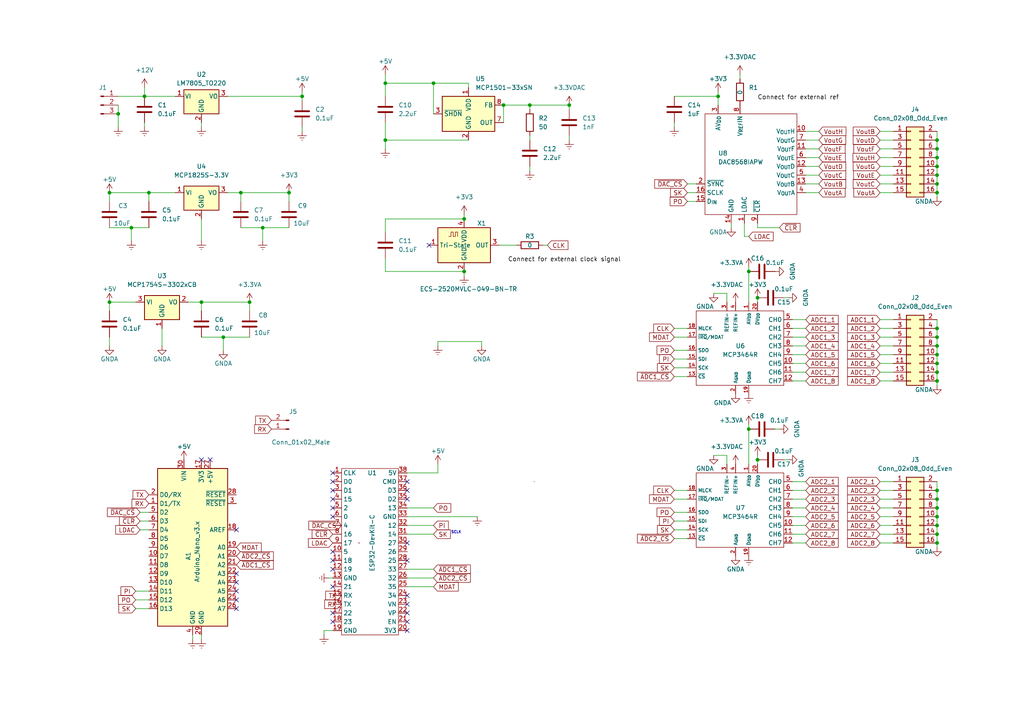
<source format=kicad_sch>
(kicad_sch (version 20211123) (generator eeschema)
  (paper "A4")
  (title_block (title "S.H.V.R.I.M.P.S.    16 channels data acquisition device") (date "2022-07-07") (rev "3"))
  (junction (at 219.71 86.36))
  (junction (at 64.77 97.79))
  (junction (at 69.85 55.88))
  (junction (at 219.71 133.35))
  (junction (at 58.42 87.63))
  (junction (at 111.76 24.13))
  (junction (at 38.1 66.04))
  (junction (at 271.78 53.34))
  (junction (at 271.78 40.64))
  (junction (at 271.78 147.32))
  (junction (at 208.28 27.94))
  (junction (at 31.75 87.63))
  (junction (at 271.78 48.26))
  (junction (at 271.78 45.72))
  (junction (at 271.78 95.25))
  (junction (at 165.1 30.48))
  (junction (at 271.78 152.4))
  (junction (at 125.73 24.13))
  (junction (at 271.78 142.24))
  (junction (at 76.2 66.04))
  (junction (at 271.78 50.8))
  (junction (at 271.78 97.79))
  (junction (at 271.78 157.48))
  (junction (at 271.78 105.41))
  (junction (at 217.17 124.46))
  (junction (at 43.18 55.88))
  (junction (at 134.62 63.5))
  (junction (at 72.39 87.63))
  (junction (at 153.67 30.48))
  (junction (at 41.91 27.94))
  (junction (at 271.78 154.94))
  (junction (at 271.78 110.49))
  (junction (at 31.75 55.88))
  (junction (at 271.78 107.95))
  (junction (at 271.78 55.88))
  (junction (at 271.78 102.87))
  (junction (at 111.76 40.64))
  (junction (at 134.62 78.74))
  (junction (at 34.29 33.02))
  (junction (at 271.78 43.18))
  (junction (at 271.78 100.33))
  (junction (at 271.78 144.78))
  (junction (at 87.63 27.94))
  (junction (at 83.82 55.88))
  (junction (at 217.17 78.74))
  (junction (at 271.78 149.86))
  (junction (at 146.05 30.48))
  (no_connect (at 68.58 153.67))
  (no_connect (at 60.96 133.35))
  (no_connect (at 58.42 133.35))
  (no_connect (at 68.58 166.37))
  (no_connect (at 96.52 137.16))
  (no_connect (at 96.52 142.24))
  (no_connect (at 96.52 177.8))
  (no_connect (at 96.52 180.34))
  (no_connect (at 118.11 180.34))
  (no_connect (at 118.11 177.8))
  (no_connect (at 96.52 165.1))
  (no_connect (at 96.52 160.02))
  (no_connect (at 96.52 170.18))
  (no_connect (at 96.52 162.56))
  (no_connect (at 96.52 147.32))
  (no_connect (at 96.52 149.86))
  (no_connect (at 96.52 139.7))
  (no_connect (at 96.52 144.78))
  (no_connect (at 68.58 168.91))
  (no_connect (at 68.58 173.99))
  (no_connect (at 118.11 139.7))
  (no_connect (at 118.11 142.24))
  (no_connect (at 118.11 144.78))
  (no_connect (at 68.58 176.53))
  (no_connect (at 118.11 172.72))
  (no_connect (at 118.11 175.26))
  (no_connect (at 118.11 162.56))
  (no_connect (at 118.11 182.88))
  (no_connect (at 124.46 71.12))
  (no_connect (at 118.11 157.48))
  (no_connect (at 68.58 171.45))
  (wire (pts (xy 259.08 92.71) (xy 255.27 92.71)))
  (wire (pts (xy 271.78 55.88) (xy 271.78 57.15)))
  (wire (pts (xy 195.58 151.13) (xy 199.39 151.13)))
  (wire (pts (xy 93.98 182.88) (xy 93.98 184.15)))
  (wire (pts (xy 229.87 97.79) (xy 233.68 97.79)))
  (wire (pts (xy 83.82 55.88) (xy 69.85 55.88)))
  (wire (pts (xy 271.78 110.49) (xy 271.78 111.76)))
  (wire (pts (xy 229.87 110.49) (xy 233.68 110.49)))
  (wire (pts (xy 229.87 152.4) (xy 233.68 152.4)))
  (wire (pts (xy 139.7 100.33) (xy 139.7 99.06)))
  (wire (pts (xy 83.82 58.42) (xy 83.82 55.88)))
  (wire (pts (xy 259.08 142.24) (xy 255.27 142.24)))
  (wire (pts (xy 259.08 157.48) (xy 255.27 157.48)))
  (wire (pts (xy 226.06 124.46) (xy 224.79 124.46)))
  (wire (pts (xy 233.68 38.1) (xy 237.49 38.1)))
  (wire (pts (xy 210.82 87.63) (xy 210.82 85.09)))
  (wire (pts (xy 229.87 147.32) (xy 233.68 147.32)))
  (wire (pts (xy 259.08 149.86) (xy 255.27 149.86)))
  (wire (pts (xy 125.73 24.13) (xy 125.73 33.02)))
  (wire (pts (xy 31.75 55.88) (xy 31.75 58.42)))
  (wire (pts (xy 55.88 184.15) (xy 55.88 185.42)))
  (wire (pts (xy 87.63 27.94) (xy 87.63 29.21)))
  (wire (pts (xy 87.63 26.67) (xy 87.63 27.94)))
  (wire (pts (xy 271.78 95.25) (xy 271.78 97.79)))
  (wire (pts (xy 259.08 50.8) (xy 255.27 50.8)))
  (wire (pts (xy 46.99 95.25) (xy 46.99 100.33)))
  (wire (pts (xy 31.75 87.63) (xy 31.75 90.17)))
  (wire (pts (xy 41.91 35.56) (xy 41.91 36.83)))
  (wire (pts (xy 259.08 95.25) (xy 255.27 95.25)))
  (wire (pts (xy 259.08 144.78) (xy 255.27 144.78)))
  (wire (pts (xy 271.78 102.87) (xy 271.78 105.41)))
  (wire (pts (xy 127 137.16) (xy 127 134.62)))
  (wire (pts (xy 195.58 95.25) (xy 199.39 95.25)))
  (wire (pts (xy 233.68 40.64) (xy 237.49 40.64)))
  (wire (pts (xy 271.78 97.79) (xy 271.78 100.33)))
  (wire (pts (xy 229.87 92.71) (xy 233.68 92.71)))
  (wire (pts (xy 271.78 139.7) (xy 271.78 142.24)))
  (wire (pts (xy 118.11 170.18) (xy 125.73 170.18)))
  (wire (pts (xy 69.85 55.88) (xy 66.04 55.88)))
  (wire (pts (xy 134.62 80.01) (xy 134.62 78.74)))
  (wire (pts (xy 259.08 147.32) (xy 255.27 147.32)))
  (wire (pts (xy 135.89 24.13) (xy 125.73 24.13)))
  (wire (pts (xy 195.58 35.56) (xy 195.58 36.83)))
  (wire (pts (xy 43.18 55.88) (xy 43.18 58.42)))
  (wire (pts (xy 41.91 27.94) (xy 50.8 27.94)))
  (wire (pts (xy 271.78 38.1) (xy 271.78 40.64)))
  (wire (pts (xy 271.78 100.33) (xy 271.78 102.87)))
  (wire (pts (xy 271.78 154.94) (xy 271.78 157.48)))
  (wire (pts (xy 259.08 40.64) (xy 255.27 40.64)))
  (wire (pts (xy 259.08 97.79) (xy 255.27 97.79)))
  (wire (pts (xy 259.08 38.1) (xy 255.27 38.1)))
  (wire (pts (xy 207.01 85.09) (xy 210.82 85.09)))
  (wire (pts (xy 66.04 27.94) (xy 87.63 27.94)))
  (wire (pts (xy 58.42 35.56) (xy 58.42 36.83)))
  (wire (pts (xy 259.08 110.49) (xy 255.27 110.49)))
  (wire (pts (xy 219.71 133.35) (xy 219.71 134.62)))
  (wire (pts (xy 125.73 24.13) (xy 111.76 24.13)))
  (wire (pts (xy 271.78 53.34) (xy 271.78 55.88)))
  (wire (pts (xy 69.85 66.04) (xy 76.2 66.04)))
  (wire (pts (xy 118.11 165.1) (xy 125.73 165.1)))
  (wire (pts (xy 96.52 182.88) (xy 93.98 182.88)))
  (wire (pts (xy 259.08 154.94) (xy 255.27 154.94)))
  (wire (pts (xy 34.29 33.02) (xy 34.29 36.83)))
  (wire (pts (xy 259.08 105.41) (xy 255.27 105.41)))
  (wire (pts (xy 111.76 78.74) (xy 134.62 78.74)))
  (wire (pts (xy 153.67 48.26) (xy 153.67 49.53)))
  (wire (pts (xy 165.1 39.37) (xy 165.1 40.64)))
  (wire (pts (xy 195.58 101.6) (xy 199.39 101.6)))
  (wire (pts (xy 271.78 50.8) (xy 271.78 53.34)))
  (wire (pts (xy 214.63 21.59) (xy 214.63 22.86)))
  (wire (pts (xy 134.62 62.23) (xy 134.62 63.5)))
  (wire (pts (xy 195.58 97.79) (xy 199.39 97.79)))
  (wire (pts (xy 259.08 48.26) (xy 255.27 48.26)))
  (wire (pts (xy 229.87 157.48) (xy 233.68 157.48)))
  (wire (pts (xy 58.42 63.5) (xy 58.42 69.85)))
  (wire (pts (xy 229.87 154.94) (xy 233.68 154.94)))
  (wire (pts (xy 76.2 66.04) (xy 83.82 66.04)))
  (wire (pts (xy 69.85 55.88) (xy 69.85 58.42)))
  (wire (pts (xy 219.71 86.36) (xy 219.71 87.63)))
  (wire (pts (xy 271.78 152.4) (xy 271.78 154.94)))
  (wire (pts (xy 72.39 90.17) (xy 72.39 87.63)))
  (wire (pts (xy 208.28 27.94) (xy 208.28 30.48)))
  (wire (pts (xy 195.58 153.67) (xy 199.39 153.67)))
  (wire (pts (xy 259.08 45.72) (xy 255.27 45.72)))
  (wire (pts (xy 271.78 147.32) (xy 271.78 149.86)))
  (wire (pts (xy 229.87 107.95) (xy 233.68 107.95)))
  (wire (pts (xy 118.11 149.86) (xy 138.43 149.86)))
  (wire (pts (xy 58.42 184.15) (xy 58.42 185.42)))
  (wire (pts (xy 195.58 148.59) (xy 199.39 148.59)))
  (wire (pts (xy 219.71 132.08) (xy 219.71 133.35)))
  (wire (pts (xy 135.89 25.4) (xy 135.89 24.13)))
  (wire (pts (xy 40.64 153.67) (xy 43.18 153.67)))
  (wire (pts (xy 233.68 48.26) (xy 237.49 48.26)))
  (wire (pts (xy 217.17 77.47) (xy 217.17 78.74)))
  (wire (pts (xy 146.05 30.48) (xy 146.05 35.56)))
  (wire (pts (xy 233.68 50.8) (xy 237.49 50.8)))
  (wire (pts (xy 219.71 66.04) (xy 219.71 64.77)))
  (wire (pts (xy 153.67 31.75) (xy 153.67 30.48)))
  (wire (pts (xy 39.37 87.63) (xy 31.75 87.63)))
  (wire (pts (xy 229.87 149.86) (xy 233.68 149.86)))
  (wire (pts (xy 31.75 66.04) (xy 38.1 66.04)))
  (wire (pts (xy 259.08 107.95) (xy 255.27 107.95)))
  (wire (pts (xy 199.39 55.88) (xy 201.93 55.88)))
  (wire (pts (xy 111.76 24.13) (xy 111.76 21.59)))
  (wire (pts (xy 217.17 78.74) (xy 217.17 87.63)))
  (wire (pts (xy 111.76 67.31) (xy 111.76 63.5)))
  (wire (pts (xy 229.87 105.41) (xy 233.68 105.41)))
  (wire (pts (xy 58.42 87.63) (xy 54.61 87.63)))
  (wire (pts (xy 127 99.06) (xy 127 100.33)))
  (wire (pts (xy 271.78 48.26) (xy 271.78 50.8)))
  (wire (pts (xy 195.58 27.94) (xy 208.28 27.94)))
  (wire (pts (xy 87.63 36.83) (xy 87.63 38.1)))
  (wire (pts (xy 38.1 66.04) (xy 38.1 69.85)))
  (wire (pts (xy 153.67 39.37) (xy 153.67 40.64)))
  (wire (pts (xy 271.78 45.72) (xy 271.78 48.26)))
  (wire (pts (xy 229.87 100.33) (xy 233.68 100.33)))
  (wire (pts (xy 259.08 53.34) (xy 255.27 53.34)))
  (wire (pts (xy 39.37 171.45) (xy 43.18 171.45)))
  (wire (pts (xy 226.06 66.04) (xy 219.71 66.04)))
  (wire (pts (xy 208.28 26.67) (xy 208.28 27.94)))
  (wire (pts (xy 233.68 43.18) (xy 237.49 43.18)))
  (wire (pts (xy 229.87 95.25) (xy 233.68 95.25)))
  (wire (pts (xy 111.76 43.18) (xy 111.76 40.64)))
  (wire (pts (xy 111.76 63.5) (xy 134.62 63.5)))
  (wire (pts (xy 207.01 132.08) (xy 210.82 132.08)))
  (wire (pts (xy 111.76 24.13) (xy 111.76 27.94)))
  (wire (pts (xy 118.11 147.32) (xy 125.73 147.32)))
  (wire (pts (xy 118.11 154.94) (xy 125.73 154.94)))
  (wire (pts (xy 144.78 71.12) (xy 149.86 71.12)))
  (wire (pts (xy 41.91 25.4) (xy 41.91 27.94)))
  (wire (pts (xy 271.78 40.64) (xy 271.78 43.18)))
  (wire (pts (xy 259.08 102.87) (xy 255.27 102.87)))
  (wire (pts (xy 38.1 66.04) (xy 43.18 66.04)))
  (wire (pts (xy 233.68 55.88) (xy 237.49 55.88)))
  (wire (pts (xy 229.87 144.78) (xy 233.68 144.78)))
  (wire (pts (xy 76.2 66.04) (xy 76.2 69.85)))
  (wire (pts (xy 31.75 97.79) (xy 31.75 100.33)))
  (wire (pts (xy 271.78 149.86) (xy 271.78 152.4)))
  (wire (pts (xy 39.37 173.99) (xy 43.18 173.99)))
  (wire (pts (xy 95.25 167.64) (xy 96.52 167.64)))
  (wire (pts (xy 217.17 124.46) (xy 217.17 134.62)))
  (wire (pts (xy 34.29 30.48) (xy 34.29 33.02)))
  (wire (pts (xy 271.78 157.48) (xy 271.78 158.75)))
  (wire (pts (xy 199.39 53.34) (xy 201.93 53.34)))
  (wire (pts (xy 34.29 27.94) (xy 41.91 27.94)))
  (wire (pts (xy 118.11 167.64) (xy 125.73 167.64)))
  (wire (pts (xy 111.76 40.64) (xy 111.76 35.56)))
  (wire (pts (xy 271.78 144.78) (xy 271.78 147.32)))
  (wire (pts (xy 118.11 137.16) (xy 127 137.16)))
  (wire (pts (xy 271.78 92.71) (xy 271.78 95.25)))
  (wire (pts (xy 195.58 106.68) (xy 199.39 106.68)))
  (wire (pts (xy 259.08 55.88) (xy 255.27 55.88)))
  (wire (pts (xy 58.42 87.63) (xy 58.42 90.17)))
  (wire (pts (xy 39.37 176.53) (xy 43.18 176.53)))
  (wire (pts (xy 229.87 139.7) (xy 233.68 139.7)))
  (wire (pts (xy 199.39 58.42) (xy 201.93 58.42)))
  (wire (pts (xy 271.78 107.95) (xy 271.78 110.49)))
  (wire (pts (xy 195.58 109.22) (xy 199.39 109.22)))
  (wire (pts (xy 212.09 64.77) (xy 212.09 66.04)))
  (wire (pts (xy 64.77 97.79) (xy 64.77 101.6)))
  (wire (pts (xy 135.89 40.64) (xy 111.76 40.64)))
  (wire (pts (xy 195.58 104.14) (xy 199.39 104.14)))
  (wire (pts (xy 233.68 45.72) (xy 237.49 45.72)))
  (wire (pts (xy 259.08 43.18) (xy 255.27 43.18)))
  (wire (pts (xy 50.8 55.88) (xy 43.18 55.88)))
  (wire (pts (xy 271.78 142.24) (xy 271.78 144.78)))
  (wire (pts (xy 271.78 43.18) (xy 271.78 45.72)))
  (wire (pts (xy 195.58 142.24) (xy 199.39 142.24)))
  (wire (pts (xy 153.67 30.48) (xy 165.1 30.48)))
  (wire (pts (xy 210.82 134.62) (xy 210.82 132.08)))
  (wire (pts (xy 259.08 152.4) (xy 255.27 152.4)))
  (wire (pts (xy 215.9 68.58) (xy 217.17 68.58)))
  (wire (pts (xy 229.87 142.24) (xy 233.68 142.24)))
  (wire (pts (xy 118.11 152.4) (xy 125.73 152.4)))
  (wire (pts (xy 233.68 53.34) (xy 237.49 53.34)))
  (wire (pts (xy 271.78 105.41) (xy 271.78 107.95)))
  (wire (pts (xy 217.17 123.19) (xy 217.17 124.46)))
  (wire (pts (xy 111.76 74.93) (xy 111.76 78.74)))
  (wire (pts (xy 195.58 156.21) (xy 199.39 156.21)))
  (wire (pts (xy 229.87 102.87) (xy 233.68 102.87)))
  (wire (pts (xy 58.42 97.79) (xy 64.77 97.79)))
  (wire (pts (xy 72.39 87.63) (xy 58.42 87.63)))
  (wire (pts (xy 127 99.06) (xy 139.7 99.06)))
  (wire (pts (xy 165.1 30.48) (xy 165.1 31.75)))
  (wire (pts (xy 40.64 148.59) (xy 43.18 148.59)))
  (wire (pts (xy 64.77 97.79) (xy 72.39 97.79)))
  (wire (pts (xy 153.67 30.48) (xy 146.05 30.48)))
  (wire (pts (xy 43.18 55.88) (xy 31.75 55.88)))
  (wire (pts (xy 228.6 133.35) (xy 227.33 133.35)))
  (wire (pts (xy 227.33 86.36) (xy 228.6 86.36)))
  (wire (pts (xy 259.08 139.7) (xy 255.27 139.7)))
  (wire (pts (xy 195.58 144.78) (xy 199.39 144.78)))
  (wire (pts (xy 215.9 64.77) (xy 215.9 68.58)))
  (wire (pts (xy 259.08 100.33) (xy 255.27 100.33)))
  (wire (pts (xy 40.64 151.13) (xy 43.18 151.13)))
  (wire (pts (xy 157.48 71.12) (xy 158.75 71.12)))
  (text "SCLK" (at 130.81 154.94 0) (effects (font (size 0.762 0.762)) (justify left bottom)))
  (label "Connect for external ref" (at 219.71 29.21 0))
  (label "Connect for external clock signal " (at 147.32 76.2 0))
  (global_label "PI" (shape input) (at 39.37 171.45 180) (property "Intersheet References" "${INTERSHEET_REFS}" (effects hide)))
  (global_label "ADC2_7" (shape input) (at 233.68 154.94 0) (property "Intersheet References" "${INTERSHEET_REFS}" (effects hide)))
  (global_label "PO" (shape input) (at 199.39 58.42 180) (property "Intersheet References" "${INTERSHEET_REFS}" (effects hide)))
  (global_label "SK" (shape input) (at 195.58 153.67 180) (property "Intersheet References" "${INTERSHEET_REFS}" (effects hide)))
  (global_label "ADC1_2" (shape input) (at 255.27 95.25 180) (property "Intersheet References" "${INTERSHEET_REFS}" (effects hide)))
  (global_label "~{ADC2_CS}" (shape input) (at 125.73 167.64 0) (property "Intersheet References" "${INTERSHEET_REFS}" (effects hide)))
  (global_label "VoutG" (shape input) (at 255.27 48.26 180) (property "Intersheet References" "${INTERSHEET_REFS}" (effects hide)))
  (global_label "PI" (shape input) (at 195.58 104.14 180) (property "Intersheet References" "${INTERSHEET_REFS}" (effects hide)))
  (global_label "SK" (shape input) (at 199.39 55.88 180) (property "Intersheet References" "${INTERSHEET_REFS}" (effects hide)))
  (global_label "ADC2_1" (shape input) (at 255.27 139.7 180) (property "Intersheet References" "${INTERSHEET_REFS}" (effects hide)))
  (global_label "SK" (shape input) (at 125.73 154.94 0) (property "Intersheet References" "${INTERSHEET_REFS}" (effects hide)))
  (global_label "ADC1_2" (shape input) (at 233.68 95.25 0) (property "Intersheet References" "${INTERSHEET_REFS}" (effects hide)))
  (global_label "VoutH" (shape input) (at 237.49 38.1 0) (property "Intersheet References" "${INTERSHEET_REFS}" (effects hide)))
  (global_label "ADC1_7" (shape input) (at 233.68 107.95 0) (property "Intersheet References" "${INTERSHEET_REFS}" (effects hide)))
  (global_label "~{DAC_CS}" (shape input) (at 199.39 53.34 180) (property "Intersheet References" "${INTERSHEET_REFS}" (effects hide)))
  (global_label "PO" (shape input) (at 195.58 101.6 180) (property "Intersheet References" "${INTERSHEET_REFS}" (effects hide)))
  (global_label "ADC2_3" (shape input) (at 233.68 144.78 0) (property "Intersheet References" "${INTERSHEET_REFS}" (effects hide)))
  (global_label "ADC1_5" (shape input) (at 255.27 102.87 180) (property "Intersheet References" "${INTERSHEET_REFS}" (effects hide)))
  (global_label "~{ADC2_CS}" (shape input) (at 68.58 161.29 0) (property "Intersheet References" "${INTERSHEET_REFS}" (effects hide)))
  (global_label "ADC2_4" (shape input) (at 233.68 147.32 0) (property "Intersheet References" "${INTERSHEET_REFS}" (effects hide)))
  (global_label "ADC2_7" (shape input) (at 255.27 154.94 180) (property "Intersheet References" "${INTERSHEET_REFS}" (effects hide)))
  (global_label "CLK" (shape input) (at 158.75 71.12 0) (property "Intersheet References" "${INTERSHEET_REFS}" (effects hide)))
  (global_label "ADC2_6" (shape input) (at 255.27 152.4 180) (property "Intersheet References" "${INTERSHEET_REFS}" (effects hide)))
  (global_label "ADC1_6" (shape input) (at 233.68 105.41 0) (property "Intersheet References" "${INTERSHEET_REFS}" (effects hide)))
  (global_label "CLK" (shape input) (at 195.58 95.25 180) (property "Intersheet References" "${INTERSHEET_REFS}" (effects hide)))
  (global_label "~{DAC_CS}" (shape input) (at 99.06 152.4 180) (property "Intersheet References" "${INTERSHEET_REFS}" (effects hide)))
  (global_label "~{DAC_CS}" (shape input) (at 40.64 148.59 180) (property "Intersheet References" "${INTERSHEET_REFS}" (effects hide)))
  (global_label "ADC1_8" (shape input) (at 233.68 110.49 0) (property "Intersheet References" "${INTERSHEET_REFS}" (effects hide)))
  (global_label "ADC2_2" (shape input) (at 233.68 142.24 0) (property "Intersheet References" "${INTERSHEET_REFS}" (effects hide)))
  (global_label "RX" (shape input) (at 43.18 146.05 180) (property "Intersheet References" "${INTERSHEET_REFS}" (effects hide)))
  (global_label "MDAT" (shape input) (at 125.73 170.18 0) (property "Intersheet References" "${INTERSHEET_REFS}" (effects hide)))
  (global_label "TX" (shape input) (at 43.18 143.51 180) (property "Intersheet References" "${INTERSHEET_REFS}" (effects hide)))
  (global_label "SK" (shape input) (at 195.58 106.68 180) (property "Intersheet References" "${INTERSHEET_REFS}" (effects hide)))
  (global_label "~{ADC2_CS}" (shape input) (at 195.58 156.21 180) (property "Intersheet References" "${INTERSHEET_REFS}" (effects hide)))
  (global_label "ADC1_1" (shape input) (at 255.27 92.71 180) (property "Intersheet References" "${INTERSHEET_REFS}" (effects hide)))
  (global_label "VoutD" (shape input) (at 237.49 48.26 0) (property "Intersheet References" "${INTERSHEET_REFS}" (effects hide)))
  (global_label "ADC2_5" (shape input) (at 233.68 149.86 0) (property "Intersheet References" "${INTERSHEET_REFS}" (effects hide)))
  (global_label "ADC2_4" (shape input) (at 255.27 147.32 180) (property "Intersheet References" "${INTERSHEET_REFS}" (effects hide)))
  (global_label "VoutF" (shape input) (at 255.27 43.18 180) (property "Intersheet References" "${INTERSHEET_REFS}" (effects hide)))
  (global_label "ADC1_3" (shape input) (at 255.27 97.79 180) (property "Intersheet References" "${INTERSHEET_REFS}" (effects hide)))
  (global_label "MDAT" (shape input) (at 195.58 97.79 180) (property "Intersheet References" "${INTERSHEET_REFS}" (effects hide)))
  (global_label "VoutA" (shape input) (at 237.49 55.88 0) (property "Intersheet References" "${INTERSHEET_REFS}" (effects hide)))
  (global_label "ADC2_8" (shape input) (at 233.68 157.48 0) (property "Intersheet References" "${INTERSHEET_REFS}" (effects hide)))
  (global_label "ADC1_4" (shape input) (at 233.68 100.33 0) (property "Intersheet References" "${INTERSHEET_REFS}" (effects hide)))
  (global_label "~{CLR}" (shape input) (at 40.64 151.13 180) (property "Intersheet References" "${INTERSHEET_REFS}" (effects hide)))
  (global_label "PI" (shape input) (at 195.58 151.13 180) (property "Intersheet References" "${INTERSHEET_REFS}" (effects hide)))
  (global_label "RX" (shape input) (at 99.06 175.26 180) (property "Intersheet References" "${INTERSHEET_REFS}" (effects hide)))
  (global_label "VoutC" (shape input) (at 255.27 53.34 180) (property "Intersheet References" "${INTERSHEET_REFS}" (effects hide)))
  (global_label "ADC1_7" (shape input) (at 255.27 107.95 180) (property "Intersheet References" "${INTERSHEET_REFS}" (effects hide)))
  (global_label "ADC1_8" (shape input) (at 255.27 110.49 180) (property "Intersheet References" "${INTERSHEET_REFS}" (effects hide)))
  (global_label "~{ADC1_CS}" (shape input) (at 195.58 109.22 180) (property "Intersheet References" "${INTERSHEET_REFS}" (effects hide)))
  (global_label "PO" (shape input) (at 125.73 147.32 0) (property "Intersheet References" "${INTERSHEET_REFS}" (effects hide)))
  (global_label "~{ADC1_CS}" (shape input) (at 125.73 165.1 0) (property "Intersheet References" "${INTERSHEET_REFS}" (effects hide)))
  (global_label "~{CLR}" (shape input) (at 226.06 66.04 0) (property "Intersheet References" "${INTERSHEET_REFS}" (effects hide)))
  (global_label "VoutE" (shape input) (at 255.27 50.8 180) (property "Intersheet References" "${INTERSHEET_REFS}" (effects hide)))
  (global_label "VoutG" (shape input) (at 237.49 40.64 0) (property "Intersheet References" "${INTERSHEET_REFS}" (effects hide)))
  (global_label "ADC2_8" (shape input) (at 255.27 157.48 180) (property "Intersheet References" "${INTERSHEET_REFS}" (effects hide)))
  (global_label "CLK" (shape input) (at 195.58 142.24 180) (property "Intersheet References" "${INTERSHEET_REFS}" (effects hide)))
  (global_label "VoutD" (shape input) (at 255.27 40.64 180) (property "Intersheet References" "${INTERSHEET_REFS}" (effects hide)))
  (global_label "MDAT" (shape input) (at 195.58 144.78 180) (property "Intersheet References" "${INTERSHEET_REFS}" (effects hide)))
  (global_label "VoutE" (shape input) (at 237.49 45.72 0) (property "Intersheet References" "${INTERSHEET_REFS}" (effects hide)))
  (global_label "VoutA" (shape input) (at 255.27 55.88 180) (property "Intersheet References" "${INTERSHEET_REFS}" (effects hide)))
  (global_label "ADC1_6" (shape input) (at 255.27 105.41 180) (property "Intersheet References" "${INTERSHEET_REFS}" (effects hide)))
  (global_label "ADC2_3" (shape input) (at 255.27 144.78 180) (property "Intersheet References" "${INTERSHEET_REFS}" (effects hide)))
  (global_label "TX" (shape input) (at 99.06 172.72 180) (property "Intersheet References" "${INTERSHEET_REFS}" (effects hide)))
  (global_label "ADC1_3" (shape input) (at 233.68 97.79 0) (property "Intersheet References" "${INTERSHEET_REFS}" (effects hide)))
  (global_label "ADC2_1" (shape input) (at 233.68 139.7 0) (property "Intersheet References" "${INTERSHEET_REFS}" (effects hide)))
  (global_label "ADC1_1" (shape input) (at 233.68 92.71 0) (property "Intersheet References" "${INTERSHEET_REFS}" (effects hide)))
  (global_label "SK" (shape input) (at 39.37 176.53 180) (property "Intersheet References" "${INTERSHEET_REFS}" (effects hide)))
  (global_label "RX" (shape input) (at 78.74 124.46 180) (property "Intersheet References" "${INTERSHEET_REFS}" (effects hide)))
  (global_label "ADC2_2" (shape input) (at 255.27 142.24 180) (property "Intersheet References" "${INTERSHEET_REFS}" (effects hide)))
  (global_label "ADC2_6" (shape input) (at 233.68 152.4 0) (property "Intersheet References" "${INTERSHEET_REFS}" (effects hide)))
  (global_label "LDAC" (shape input) (at 40.64 153.67 180) (property "Intersheet References" "${INTERSHEET_REFS}" (effects hide)))
  (global_label "LDAC" (shape input) (at 96.52 157.48 180) (property "Intersheet References" "${INTERSHEET_REFS}" (effects hide)))
  (global_label "ADC1_5" (shape input) (at 233.68 102.87 0) (property "Intersheet References" "${INTERSHEET_REFS}" (effects hide)))
  (global_label "PI" (shape input) (at 125.73 152.4 0) (property "Intersheet References" "${INTERSHEET_REFS}" (effects hide)))
  (global_label "PO" (shape input) (at 39.37 173.99 180) (property "Intersheet References" "${INTERSHEET_REFS}" (effects hide)))
  (global_label "ADC2_5" (shape input) (at 255.27 149.86 180) (property "Intersheet References" "${INTERSHEET_REFS}" (effects hide)))
  (global_label "VoutF" (shape input) (at 237.49 43.18 0) (property "Intersheet References" "${INTERSHEET_REFS}" (effects hide)))
  (global_label "PO" (shape input) (at 195.58 148.59 180) (property "Intersheet References" "${INTERSHEET_REFS}" (effects hide)))
  (global_label "VoutB" (shape input) (at 255.27 38.1 180) (property "Intersheet References" "${INTERSHEET_REFS}" (effects hide)))
  (global_label "~{ADC1_CS}" (shape input) (at 68.58 163.83 0) (property "Intersheet References" "${INTERSHEET_REFS}" (effects hide)))
  (global_label "VoutC" (shape input) (at 237.49 50.8 0) (property "Intersheet References" "${INTERSHEET_REFS}" (effects hide)))
  (global_label "MDAT" (shape input) (at 68.58 158.75 0) (property "Intersheet References" "${INTERSHEET_REFS}" (effects hide)))
  (global_label "~{CLR}" (shape input) (at 96.52 154.94 180) (property "Intersheet References" "${INTERSHEET_REFS}" (effects hide)))
  (global_label "LDAC" (shape input) (at 217.17 68.58 0) (property "Intersheet References" "${INTERSHEET_REFS}" (effects hide)))
  (global_label "TX" (shape input) (at 78.74 121.92 180) (property "Intersheet References" "${INTERSHEET_REFS}" (effects hide)))
  (global_label "ADC1_4" (shape input) (at 255.27 100.33 180) (property "Intersheet References" "${INTERSHEET_REFS}" (effects hide)))
  (global_label "VoutB" (shape input) (at 237.49 53.34 0) (property "Intersheet References" "${INTERSHEET_REFS}" (effects hide)))
  (global_label "VoutH" (shape input) (at 255.27 45.72 180) (property "Intersheet References" "${INTERSHEET_REFS}" (effects hide)))
  (symbol (lib_id "power:Earth") (at 217.17 114.3 0) (unit 1)
    (property "Reference" "#PWR039" (effects hide))
    (property "Value" "Earth" (effects hide))
  )
  (symbol (lib_id "Device:R") (at 153.67 71.12 90) (unit 1)
    (property "Reference" "R3" (at 153.67 68.58 90))
    (property "Value" "0" (at 153.67 71.12 90))
    (property "Footprint" "Resistor_SMD:R_0805_2012Metric_Pad1.20x1.40mm_HandSolder" (effects hide))
  )
  (symbol (lib_id "power:+3.3VDAC") (at 213.36 134.62 0) (unit 1)
    (property "Reference" "#PWR042" (effects hide))
    (property "Value" "+3.3VDAC" (at 210.82 129.54 0))
  )
  (symbol (lib_id "power:+3.3V") (at 219.71 132.08 0) (unit 1)
    (property "Reference" "#PWR0102" (effects hide))
    (property "Value" "+3.3V" (at 219.71 128.27 0))
  )
  (symbol (lib_id "MCU_Module:Arduino_Nano_v3.x") (at 55.88 158.75 0) (unit 1)
    (property "Reference" "A1" (at 54.61 162.56 90) (effects (justify left)))
    (property "Value" "Arduino_Nano_v3.x" (at 57.15 168.91 90) (effects (justify left)))
    (property "Footprint" "Module:Arduino_Nano" (effects hide))
    (property "Datasheet" "http://www.mouser.com/pdfdocs/Gravitech_Arduino_Nano3_0.pdf" (effects hide))
  )
  (symbol (lib_id "power:GNDA") (at 212.09 66.04 0) (unit 1)
    (property "Reference" "#PWR0101" (effects hide))
    (property "Value" "GNDA" (at 208.28 67.31 0))
  )
  (symbol (lib_id "power:+3.3VA") (at 217.17 77.47 0) (unit 1)
    (property "Reference" "#PWR038" (effects hide))
    (property "Value" "+3.3VA" (at 212.09 76.2 0))
  )
  (symbol (lib_id "power:+3.3V") (at 134.62 62.23 0) (unit 1)
    (property "Reference" "#PWR027" (effects hide))
    (property "Value" "+3.3V" (at 134.62 57.15 0))
  )
  (symbol (lib_id "power:GNDA") (at 224.79 78.74 90) (unit 1)
    (property "Reference" "#PWR0107" (effects hide))
    (property "Value" "GNDA" (at 229.87 78.74 0))
  )
  (symbol (lib_id "power:+3.3VDAC") (at 165.1 30.48 0) (unit 1)
    (property "Reference" "#PWR030" (effects hide))
    (property "Value" "+3.3VDAC" (at 165.1 25.4 0))
  )
  (symbol (lib_id "power:+12V") (at 41.91 25.4 0) (unit 1)
    (property "Reference" "#PWR06" (effects hide))
    (property "Value" "+12V" (at 41.91 20.32 0))
  )
  (symbol (lib_id "power:Earth") (at 38.1 69.85 0) (unit 1)
    (property "Reference" "#PWR012" (effects hide))
    (property "Value" "Earth" (effects hide))
  )
  (symbol (lib_id "Device:C") (at 153.67 44.45 0) (unit 1)
    (property "Reference" "C12" (at 157.48 43.1799 0) (effects (justify left)))
    (property "Value" "2.2uF" (at 157.48 45.7199 0) (effects (justify left)))
    (property "Footprint" "Capacitor_SMD:C_0805_2012Metric_Pad1.18x1.45mm_HandSolder" (effects hide))
  )
  (symbol (lib_id "Connector:Conn_01x03_Male") (at 29.21 30.48 0) (unit 1)
    (property "Reference" "J1" (at 29.845 25.4 0))
    (property "Value" "Conn_01x03_Male" (effects hide))
    (property "Footprint" "Connector_PinSocket_2.54mm:PinSocket_1x03_P2.54mm_Vertical" (effects hide))
  )
  (symbol (lib_id "Device:C") (at 111.76 31.75 0) (unit 1)
    (property "Reference" "C10" (at 115.57 30.4799 0) (effects (justify left)))
    (property "Value" "2.2uF" (at 115.57 33.0199 0) (effects (justify left)))
    (property "Footprint" "Capacitor_SMD:C_0805_2012Metric_Pad1.18x1.45mm_HandSolder" (effects hide))
  )
  (symbol (lib_id "power:GNDA") (at 207.01 132.08 0) (unit 1)
    (property "Reference" "#PWR036" (effects hide))
    (property "Value" "GNDA" (at 204.47 135.89 0))
  )
  (symbol (lib_id "Regulator_Linear:LM7805_TO220") (at 58.42 27.94 0) (unit 1)
    (property "Reference" "U2" (at 58.42 21.59 0))
    (property "Value" "LM7805_TO220" (at 58.42 24.13 0))
    (property "Footprint" "Package_TO_SOT_THT:TO-220-3_Vertical" (effects hide))
    (property "Datasheet" "https://www.onsemi.cn/PowerSolutions/document/MC7800-D.PDF" (effects hide))
  )
  (symbol (lib_id "power:+3.3VDAC") (at 213.36 87.63 0) (unit 1)
    (property "Reference" "#PWR034" (effects hide))
    (property "Value" "+3.3VDAC" (at 210.82 82.55 0))
  )
  (symbol (lib_id "power:+5V") (at 127 134.62 0) (unit 1)
    (property "Reference" "#PWR04" (effects hide))
    (property "Value" "+5V" (at 127 130.81 0))
  )
  (symbol (lib_id "power:GNDA") (at 213.36 114.3 0) (unit 1)
    (property "Reference" "#PWR035" (effects hide))
    (property "Value" "GNDA" (at 209.55 116.84 0))
  )
  (symbol (lib_id "power:+5V") (at 31.75 87.63 0) (unit 1)
    (property "Reference" "#PWR013" (effects hide))
    (property "Value" "+5V" (at 31.75 83.82 0))
  )
  (symbol (lib_id "power:+5V") (at 31.75 55.88 0) (unit 1)
    (property "Reference" "#PWR011" (effects hide))
    (property "Value" "+5V" (at 31.75 52.07 0))
  )
  (symbol (lib_id "power:Earth") (at 153.67 49.53 0) (unit 1)
    (property "Reference" "#PWR029" (effects hide))
    (property "Value" "Earth" (effects hide))
  )
  (symbol (lib_id "power:+5V") (at 87.63 26.67 0) (unit 1)
    (property "Reference" "#PWR09" (effects hide))
    (property "Value" "+5V" (at 87.63 22.86 0))
  )
  (symbol (lib_id "Device:C") (at 111.76 71.12 0) (unit 1)
    (property "Reference" "C11" (at 115.57 69.8499 0) (effects (justify left)))
    (property "Value" "0.1uF" (at 115.57 72.3899 0) (effects (justify left)))
    (property "Footprint" "Capacitor_SMD:C_0805_2012Metric_Pad1.18x1.45mm_HandSolder" (effects hide))
  )
  (symbol (lib_id "Regulator_Linear:MCP1825S") (at 58.42 55.88 0) (unit 1)
    (property "Reference" "U4" (at 58.42 48.26 0))
    (property "Value" "MCP1825S-3.3V" (at 58.42 50.8 0))
    (property "Footprint" "Package_TO_SOT_SMD:SOT-223-3_TabPin2" (effects hide))
    (property "Datasheet" "http://ww1.microchip.com/downloads/en/devicedoc/22056b.pdf" (effects hide))
  )
  (symbol (lib_id "Device:C") (at 31.75 93.98 0) (unit 1)
    (property "Reference" "C4" (at 35.56 92.7099 0) (effects (justify left)))
    (property "Value" "0.1uF" (at 35.56 95.2499 0) (effects (justify left)))
    (property "Footprint" "Capacitor_SMD:C_0805_2012Metric_Pad1.18x1.45mm_HandSolder" (effects hide))
  )
  (symbol (lib_id "power:Earth") (at 138.43 149.86 0) (unit 1)
    (property "Reference" "#PWR05" (effects hide))
    (property "Value" "Earth" (effects hide))
  )
  (symbol (lib_id "power:Earth") (at 58.42 185.42 0) (unit 1)
    (property "Reference" "#PWR0112" (effects hide))
    (property "Value" "Earth" (effects hide))
  )
  (symbol (lib_id "power:+3.3VA") (at 217.17 123.19 0) (unit 1)
    (property "Reference" "#PWR0103" (effects hide))
    (property "Value" "+3.3VA" (at 212.09 121.92 0))
  )
  (symbol (lib_id "Device:C") (at 83.82 62.23 0) (unit 1)
    (property "Reference" "C9" (at 86.36 59.69 0) (effects (justify left)))
    (property "Value" "10uF" (at 85.09 64.77 0) (effects (justify left)))
    (property "Footprint" "Capacitor_SMD:C_0805_2012Metric_Pad1.18x1.45mm_HandSolder" (effects hide))
  )
  (symbol (lib_id "power:GNDA") (at 207.01 85.09 0) (unit 1)
    (property "Reference" "#PWR033" (effects hide))
    (property "Value" "GNDA" (at 204.47 88.9 0))
  )
  (symbol (lib_id "power:+5V") (at 53.34 133.35 0) (unit 1)
    (property "Reference" "#PWR0111" (effects hide))
    (property "Value" "+5V" (at 53.34 129.54 0))
  )
  (symbol (lib_id "power:Earth") (at 93.98 184.15 0) (unit 1)
    (property "Reference" "#PWR02" (effects hide))
    (property "Value" "Earth" (effects hide))
  )
  (symbol (lib_id "power:GNDA") (at 64.77 101.6 0) (unit 1)
    (property "Reference" "#PWR019" (effects hide))
    (property "Value" "GNDA" (at 64.77 105.41 0))
  )
  (symbol (lib_id "Connector_Generic:Conn_02x08_Odd_Even") (at 264.16 100.33 0) (unit 1)
    (property "Reference" "J2" (at 265.43 86.36 0))
    (property "Value" "Conn_02x08_Odd_Even" (at 265.43 88.9 0))
    (property "Footprint" "Connector_PinSocket_2.54mm:PinSocket_2x08_P2.54mm_Vertical" (effects hide))
  )
  (symbol (lib_id "power:GNDA") (at 271.78 158.75 0) (unit 1)
    (property "Reference" "#PWR0110" (effects hide))
    (property "Value" "GNDA" (at 267.97 160.02 0))
  )
  (symbol (lib_id "Connector_Generic:Conn_02x08_Odd_Even") (at 264.16 45.72 0) (unit 1)
    (property "Reference" "J4" (at 265.43 31.75 0))
    (property "Value" "Conn_02x08_Odd_Even" (at 264.16 34.29 0))
    (property "Footprint" "Connector_PinSocket_2.54mm:PinSocket_2x08_P2.54mm_Vertical" (effects hide))
  )
  (symbol (lib_id "Device:C") (at 195.58 31.75 0) (unit 1)
    (property "Reference" "C14" (at 199.39 30.4799 0) (effects (justify left)))
    (property "Value" "1uF" (at 199.39 33.0199 0) (effects (justify left)))
    (property "Footprint" "Capacitor_SMD:C_0805_2012Metric_Pad1.18x1.45mm_HandSolder" (effects hide))
  )
  (symbol (lib_id "power:GNDA") (at 139.7 100.33 0) (unit 1)
    (property "Reference" "#PWR018" (effects hide))
    (property "Value" "GNDA" (at 139.7 104.14 0))
  )
  (symbol (lib_id "design:ESP32-DevKit-C") (at 110.49 162.56 0) (unit 1)
    (property "Reference" "U1" (at 107.95 137.16 0))
    (property "Value" "ESP32-DevKit-C" (at 107.95 157.48 90))
    (property "Footprint" "Library:ESP32-devkitC-v4" (effects hide))
  )
  (symbol (lib_id "Connector:Conn_01x02_Male") (at 83.82 124.46 180) (unit 1)
    (property "Reference" "J5" (at 83.82 119.38 0) (effects (justify right)))
    (property "Value" "Conn_01x02_Male" (at 78.74 128.27 0) (effects (justify right)))
    (property "Footprint" "Connector_PinSocket_2.54mm:PinSocket_1x02_P2.54mm_Vertical" (effects hide))
  )
  (symbol (lib_id "Device:C") (at 220.98 124.46 90) (unit 1)
    (property "Reference" "C18" (at 219.71 120.65 90))
    (property "Value" "0.1uF" (at 226.06 121.92 90))
    (property "Footprint" "Capacitor_SMD:C_0805_2012Metric_Pad1.18x1.45mm_HandSolder" (effects hide))
  )
  (symbol (lib_id "Device:C") (at 165.1 35.56 0) (unit 1)
    (property "Reference" "C13" (at 168.91 34.2899 0) (effects (justify left)))
    (property "Value" "1nF" (at 168.91 36.8299 0) (effects (justify left)))
    (property "Footprint" "Capacitor_SMD:C_0805_2012Metric_Pad1.18x1.45mm_HandSolder" (effects hide))
  )
  (symbol (lib_id "design:DAC8568IAPW") (at 217.17 48.26 0) (unit 1)
    (property "Reference" "U8" (at 208.28 44.45 0) (effects (justify left)))
    (property "Value" "DAC8568IAPW" (at 208.28 46.99 0) (effects (justify left)))
    (property "Footprint" "Package_SO:TSSOP-16-1EP_4.4x5mm_P0.65mm" (effects hide))
  )
  (symbol (lib_id "Oscillator:ECS-2520MV-xxx-xx") (at 134.62 71.12 0) (unit 1)
    (property "Reference" "X1" (at 139.7 64.77 0))
    (property "Value" "ECS-2520MVLC-049-BN-TR" (at 135.89 83.82 0))
    (property "Footprint" "Oscillator:Oscillator_SMD_ECS_2520MV-xxx-xx-4Pin_2.5x2.0mm" (effects hide))
    (property "Datasheet" "https://www.ecsxtal.com/store/pdf/ECS-2520MV.pdf" (effects hide))
  )
  (symbol (lib_id "Device:C") (at 58.42 93.98 0) (unit 1)
    (property "Reference" "C6" (at 62.23 92.7099 0) (effects (justify left)))
    (property "Value" "0.1uF" (at 62.23 95.2499 0) (effects (justify left)))
    (property "Footprint" "Capacitor_SMD:C_0805_2012Metric_Pad1.18x1.45mm_HandSolder" (effects hide))
  )
  (symbol (lib_id "Device:C") (at 72.39 93.98 0) (unit 1)
    (property "Reference" "C8" (at 74.93 91.44 0) (effects (justify left)))
    (property "Value" "10uF" (at 73.66 96.52 0) (effects (justify left)))
    (property "Footprint" "Capacitor_SMD:C_0805_2012Metric_Pad1.18x1.45mm_HandSolder" (effects hide))
  )
  (symbol (lib_id "power:GNDA") (at 228.6 133.35 90) (unit 1)
    (property "Reference" "#PWR0104" (effects hide))
    (property "Value" "GNDA" (at 232.41 135.89 0))
  )
  (symbol (lib_id "power:+5V") (at 111.76 21.59 0) (unit 1)
    (property "Reference" "#PWR023" (effects hide))
    (property "Value" "+5V" (at 111.76 17.78 0))
  )
  (symbol (lib_id "power:Earth") (at 217.17 161.29 0) (unit 1)
    (property "Reference" "#PWR046" (effects hide))
    (property "Value" "Earth" (effects hide))
  )
  (symbol (lib_id "power:GNDA") (at 46.99 100.33 0) (unit 1)
    (property "Reference" "#PWR016" (effects hide))
    (property "Value" "GNDA" (at 46.99 104.14 0))
  )
  (symbol (lib_id "power:GNDA") (at 228.6 86.36 90) (unit 1)
    (property "Reference" "#PWR0106" (effects hide))
    (property "Value" "GNDA" (at 233.68 86.36 0))
  )
  (symbol (lib_id "power:Earth") (at 34.29 36.83 0) (unit 1)
    (property "Reference" "#PWR03" (effects hide))
    (property "Value" "Earth" (effects hide))
  )
  (symbol (lib_id "power:Earth") (at 76.2 69.85 0) (unit 1)
    (property "Reference" "#PWR020" (effects hide))
    (property "Value" "Earth" (effects hide))
  )
  (symbol (lib_id "power:+3.3V") (at 219.71 86.36 0) (unit 1)
    (property "Reference" "#PWR041" (effects hide))
    (property "Value" "+3.3V" (at 219.71 82.55 0))
  )
  (symbol (lib_id "Device:C") (at 43.18 62.23 0) (unit 1)
    (property "Reference" "C5" (at 46.99 60.9599 0) (effects (justify left)))
    (property "Value" "0.1uF" (at 46.99 63.4999 0) (effects (justify left)))
    (property "Footprint" "Capacitor_SMD:C_0805_2012Metric_Pad1.18x1.45mm_HandSolder" (effects hide))
  )
  (symbol (lib_id "design:MCP3464R") (at 214.63 148.59 0) (unit 1)
    (property "Reference" "U7" (at 213.36 147.32 0) (effects (justify left)))
    (property "Value" "MCP3464R" (at 209.55 149.86 0) (effects (justify left)))
    (property "Footprint" "Package_SO:TSSOP-20_4.4x6.5mm_P0.65mm" (effects hide))
  )
  (symbol (lib_id "Device:C") (at 220.98 78.74 90) (unit 1)
    (property "Reference" "C16" (at 219.71 74.93 90))
    (property "Value" "0.1uF" (at 224.79 76.2 90))
    (property "Footprint" "Capacitor_SMD:C_0805_2012Metric_Pad1.18x1.45mm_HandSolder" (effects hide))
  )
  (symbol (lib_id "Device:C") (at 223.52 86.36 90) (unit 1)
    (property "Reference" "C15" (at 227.33 87.63 90))
    (property "Value" "0.1uF" (at 227.33 83.82 90))
    (property "Footprint" "Capacitor_SMD:C_0805_2012Metric_Pad1.18x1.45mm_HandSolder" (effects hide))
  )
  (symbol (lib_id "Device:R") (at 214.63 26.67 0) (unit 1)
    (property "Reference" "R1" (at 217.17 25.3999 0) (effects (justify left)))
    (property "Value" "0" (at 214.63 27.5 90) (effects (justify left)))
    (property "Footprint" "Resistor_SMD:R_0805_2012Metric_Pad1.20x1.40mm_HandSolder" (effects hide))
  )
  (symbol (lib_id "power:Earth") (at 195.58 36.83 0) (unit 1)
    (property "Reference" "#PWR032" (effects hide))
    (property "Value" "Earth" (effects hide))
  )
  (symbol (lib_id "design:MCP3464R") (at 214.63 101.6 0) (unit 1)
    (property "Reference" "U6" (at 213.36 100.33 0) (effects (justify left)))
    (property "Value" "MCP3464R" (at 209.55 102.87 0) (effects (justify left)))
    (property "Footprint" "Package_SO:TSSOP-20_4.4x6.5mm_P0.65mm" (effects hide))
  )
  (symbol (lib_id "power:Earth") (at 58.42 69.85 0) (unit 1)
    (property "Reference" "#PWR017" (effects hide))
    (property "Value" "Earth" (effects hide))
  )
  (symbol (lib_id "power:Earth") (at 55.88 185.42 0) (unit 1)
    (property "Reference" "#PWR0113" (effects hide))
    (property "Value" "Earth" (effects hide))
  )
  (symbol (lib_id "power:Earth") (at 87.63 38.1 0) (unit 1)
    (property "Reference" "#PWR010" (effects hide))
    (property "Value" "Earth" (effects hide))
  )
  (symbol (lib_id "power:+3.3VA") (at 72.39 87.63 0) (unit 1)
    (property "Reference" "#PWR021" (effects hide))
    (property "Value" "+3.3VA" (at 72.39 82.55 0))
  )
  (symbol (lib_id "power:Earth") (at 165.1 40.64 0) (unit 1)
    (property "Reference" "#PWR031" (effects hide))
    (property "Value" "Earth" (effects hide))
  )
  (symbol (lib_id "power:Earth") (at 41.91 36.83 0) (unit 1)
    (property "Reference" "#PWR07" (effects hide))
    (property "Value" "Earth" (effects hide))
  )
  (symbol (lib_id "power:Earth") (at 111.76 43.18 0) (unit 1)
    (property "Reference" "#PWR024" (effects hide))
    (property "Value" "Earth" (effects hide))
  )
  (symbol (lib_id "power:GNDA") (at 226.06 124.46 90) (unit 1)
    (property "Reference" "#PWR0105" (effects hide))
    (property "Value" "GNDA" (at 231.14 124.46 0))
  )
  (symbol (lib_id "Device:C") (at 69.85 62.23 0) (unit 1)
    (property "Reference" "C7" (at 73.66 60.9599 0) (effects (justify left)))
    (property "Value" "0.1uF" (at 73.66 63.4999 0) (effects (justify left)))
    (property "Footprint" "Capacitor_SMD:C_0805_2012Metric_Pad1.18x1.45mm_HandSolder" (effects hide))
  )
  (symbol (lib_id "power:Earth") (at 58.42 36.83 0) (unit 1)
    (property "Reference" "#PWR08" (effects hide))
    (property "Value" "Earth" (effects hide))
  )
  (symbol (lib_id "Regulator_Linear:MCP1754S-3302xCB") (at 46.99 87.63 0) (unit 1)
    (property "Reference" "U3" (at 46.99 80.01 0))
    (property "Value" "MCP1754S-3302xCB" (at 46.99 82.55 0))
    (property "Footprint" "Package_TO_SOT_SMD:SOT-23" (effects hide))
    (property "Datasheet" "http://ww1.microchip.com/downloads/en/DeviceDoc/20002276C.pdf" (effects hide))
  )
  (symbol (lib_id "power:GNDA") (at 31.75 100.33 0) (unit 1)
    (property "Reference" "#PWR014" (effects hide))
    (property "Value" "GNDA" (at 31.75 104.14 0))
  )
  (symbol (lib_id "Device:C") (at 87.63 33.02 0) (unit 1)
    (property "Reference" "C2" (at 91.44 31.7499 0) (effects (justify left)))
    (property "Value" "0.1uF" (at 91.44 34.2899 0) (effects (justify left)))
    (property "Footprint" "Capacitor_SMD:C_0805_2012Metric_Pad1.18x1.45mm_HandSolder" (effects hide))
  )
  (symbol (lib_id "Connector_Generic:Conn_02x08_Odd_Even") (at 264.16 147.32 0) (unit 1)
    (property "Reference" "J3" (at 265.43 133.35 0))
    (property "Value" "Conn_02x08_Odd_Even" (at 265.43 135.89 0))
    (property "Footprint" "Connector_PinSocket_2.54mm:PinSocket_2x08_P2.54mm_Vertical" (effects hide))
  )
  (symbol (lib_id "power:+3.3VDAC") (at 214.63 21.59 0) (unit 1)
    (property "Reference" "#PWR044" (effects hide))
    (property "Value" "+3.3VDAC" (at 214.63 16.51 0))
  )
  (symbol (lib_id "Device:R") (at 153.67 35.56 0) (unit 1)
    (property "Reference" "R2" (at 156.21 34.2899 0) (effects (justify left)))
    (property "Value" "50" (at 156.21 36.8299 0) (effects (justify left)))
    (property "Footprint" "Resistor_SMD:R_0805_2012Metric_Pad1.20x1.40mm_HandSolder" (effects hide))
  )
  (symbol (lib_id "power:GNDA") (at 271.78 57.15 0) (unit 1)
    (property "Reference" "#PWR0109" (effects hide))
    (property "Value" "GNDA" (at 267.97 58.42 0))
  )
  (symbol (lib_id "power:GNDA") (at 213.36 161.29 0) (unit 1)
    (property "Reference" "#PWR043" (effects hide))
    (property "Value" "GNDA" (at 213.36 165.1 0))
  )
  (symbol (lib_id "power:GNDA") (at 271.78 111.76 0) (unit 1)
    (property "Reference" "#PWR0108" (effects hide))
    (property "Value" "GNDA" (at 267.97 113.03 0))
  )
  (symbol (lib_id "power:+3.3V") (at 208.28 26.67 0) (unit 1)
    (property "Reference" "#PWR037" (effects hide))
    (property "Value" "+3.3V" (at 208.28 22.86 0))
  )
  (symbol (lib_id "Device:C") (at 41.91 31.75 0) (unit 1)
    (property "Reference" "C1" (at 45.72 30.4799 0) (effects (justify left)))
    (property "Value" "0.1uF" (at 45.72 33.0199 0) (effects (justify left)))
    (property "Footprint" "Capacitor_SMD:C_0805_2012Metric_Pad1.18x1.45mm_HandSolder" (effects hide))
  )
  (symbol (lib_id "power:+3.3V") (at 83.82 55.88 0) (unit 1)
    (property "Reference" "#PWR022" (effects hide))
    (property "Value" "+3.3V" (at 83.82 50.8 0))
  )
  (symbol (lib_id "power:Earth") (at 95.25 167.64 270) (unit 1)
    (property "Reference" "#PWR01" (effects hide))
    (property "Value" "Earth" (effects hide))
  )
  (symbol (lib_id "power:Earth") (at 134.62 80.01 0) (unit 1)
    (property "Reference" "#PWR028" (effects hide))
    (property "Value" "Earth" (effects hide))
  )
  (symbol (lib_id "Device:C") (at 31.75 62.23 0) (unit 1)
    (property "Reference" "C3" (at 34.29 59.69 0) (effects (justify left)))
    (property "Value" "10uF" (at 33.02 64.77 0) (effects (justify left)))
    (property "Footprint" "Capacitor_SMD:C_0805_2012Metric_Pad1.18x1.45mm_HandSolder" (effects hide))
  )
  (symbol (lib_id "Reference_Voltage:MCP1501-33xSN") (at 135.89 33.02 0) (unit 1)
    (property "Reference" "U5" (at 137.9094 22.86 0) (effects (justify left)))
    (property "Value" "MCP1501-33xSN" (at 137.9094 25.4 0) (effects (justify left)))
    (property "Footprint" "Package_SO:SOIC-8_3.9x4.9mm_P1.27mm" (effects hide))
    (property "Datasheet" "http://ww1.microchip.com/downloads/en/DeviceDoc/20005474E.pdf" (effects hide))
  )
  (symbol (lib_id "Device:C") (at 223.52 133.35 90) (unit 1)
    (property "Reference" "C17" (at 227.33 134.62 90))
    (property "Value" "0.1uF" (at 227.33 130.81 90))
    (property "Footprint" "Capacitor_SMD:C_0805_2012Metric_Pad1.18x1.45mm_HandSolder" (effects hide))
  )
  (symbol (lib_id "power:Earth") (at 127 100.33 0) (unit 1)
    (property "Reference" "#PWR015" (effects hide))
    (property "Value" "Earth" (effects hide))
  )
)
</source>
